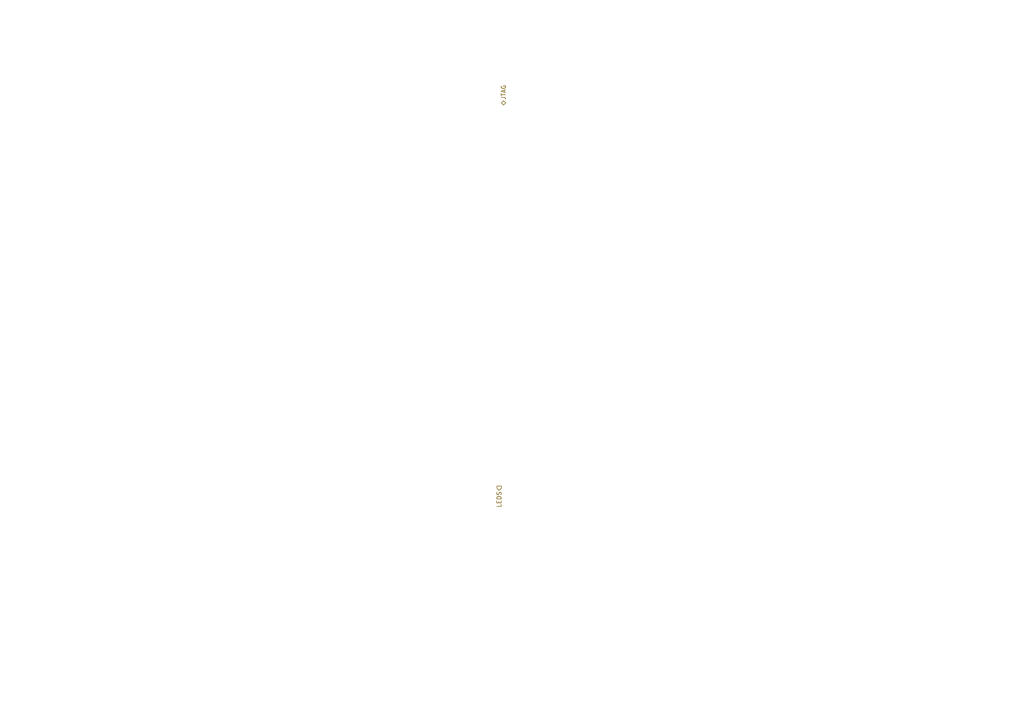
<source format=kicad_sch>
(kicad_sch
	(version 20231120)
	(generator "eeschema")
	(generator_version "8.0")
	(uuid "393d1ad1-4f47-4813-80db-2ff0bccd8599")
	(paper "A4")
	(lib_symbols)
	(hierarchical_label "LEDS"
		(shape output)
		(at 144.78 140.97 270)
		(effects
			(font
				(size 1.27 1.27)
			)
			(justify right)
		)
		(uuid "6888339b-1fc2-4873-a39d-4860d90c0626")
	)
	(hierarchical_label "JTAG"
		(shape bidirectional)
		(at 146.05 30.48 90)
		(effects
			(font
				(size 1.27 1.27)
			)
			(justify left)
		)
		(uuid "6bebcc91-59b7-4293-a84f-43d66d39b350")
	)
)

</source>
